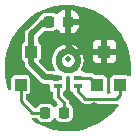
<source format=gbr>
G04 #@! TF.GenerationSoftware,KiCad,Pcbnew,6.0.10-86aedd382b~118~ubuntu22.04.1*
G04 #@! TF.CreationDate,2023-01-17T16:43:14+01:00*
G04 #@! TF.ProjectId,IM72D128-PCB,494d3732-4431-4323-982d-5043422e6b69,rev?*
G04 #@! TF.SameCoordinates,Original*
G04 #@! TF.FileFunction,Copper,L1,Top*
G04 #@! TF.FilePolarity,Positive*
%FSLAX46Y46*%
G04 Gerber Fmt 4.6, Leading zero omitted, Abs format (unit mm)*
G04 Created by KiCad (PCBNEW 6.0.10-86aedd382b~118~ubuntu22.04.1) date 2023-01-17 16:43:14*
%MOMM*%
%LPD*%
G01*
G04 APERTURE LIST*
G04 Aperture macros list*
%AMRoundRect*
0 Rectangle with rounded corners*
0 $1 Rounding radius*
0 $2 $3 $4 $5 $6 $7 $8 $9 X,Y pos of 4 corners*
0 Add a 4 corners polygon primitive as box body*
4,1,4,$2,$3,$4,$5,$6,$7,$8,$9,$2,$3,0*
0 Add four circle primitives for the rounded corners*
1,1,$1+$1,$2,$3*
1,1,$1+$1,$4,$5*
1,1,$1+$1,$6,$7*
1,1,$1+$1,$8,$9*
0 Add four rect primitives between the rounded corners*
20,1,$1+$1,$2,$3,$4,$5,0*
20,1,$1+$1,$4,$5,$6,$7,0*
20,1,$1+$1,$6,$7,$8,$9,0*
20,1,$1+$1,$8,$9,$2,$3,0*%
G04 Aperture macros list end*
G04 #@! TA.AperFunction,EtchedComponent*
%ADD10C,0.000100*%
G04 #@! TD*
G04 #@! TA.AperFunction,SMDPad,CuDef*
%ADD11R,0.750000X0.450000*%
G04 #@! TD*
G04 #@! TA.AperFunction,SMDPad,CuDef*
%ADD12R,0.100000X0.100000*%
G04 #@! TD*
G04 #@! TA.AperFunction,SMDPad,CuDef*
%ADD13RoundRect,0.218750X-0.218750X-0.256250X0.218750X-0.256250X0.218750X0.256250X-0.218750X0.256250X0*%
G04 #@! TD*
G04 #@! TA.AperFunction,SMDPad,CuDef*
%ADD14R,1.000000X1.000000*%
G04 #@! TD*
G04 #@! TA.AperFunction,ViaPad*
%ADD15C,0.800000*%
G04 #@! TD*
G04 #@! TA.AperFunction,Conductor*
%ADD16C,0.500000*%
G04 #@! TD*
G04 #@! TA.AperFunction,Conductor*
%ADD17C,0.250000*%
G04 #@! TD*
G04 APERTURE END LIST*
G36*
X100053906Y-98291412D02*
G01*
X100107664Y-98295642D01*
X100161127Y-98302681D01*
X100214149Y-98312508D01*
X100266584Y-98325096D01*
X100318288Y-98340412D01*
X100369119Y-98358412D01*
X100418939Y-98379048D01*
X100467610Y-98402263D01*
X100515000Y-98427994D01*
X100560978Y-98456169D01*
X100605419Y-98486712D01*
X100648200Y-98519540D01*
X100689205Y-98554561D01*
X100728320Y-98591680D01*
X100765439Y-98630795D01*
X100800460Y-98671800D01*
X100833288Y-98714581D01*
X100863831Y-98759022D01*
X100892006Y-98805000D01*
X100917737Y-98852390D01*
X100940952Y-98901061D01*
X100961588Y-98950881D01*
X100979588Y-99001712D01*
X100994904Y-99053416D01*
X101007492Y-99105851D01*
X101017319Y-99158873D01*
X101024358Y-99212336D01*
X101028588Y-99266094D01*
X101030000Y-99320000D01*
X101030000Y-99340000D01*
X101028616Y-99392859D01*
X101024467Y-99445574D01*
X101017565Y-99497999D01*
X101007929Y-99549991D01*
X100995585Y-99601407D01*
X100980567Y-99652107D01*
X100962916Y-99701952D01*
X100942681Y-99750804D01*
X100919917Y-99798530D01*
X100894686Y-99845000D01*
X100867057Y-99890085D01*
X100837107Y-99933663D01*
X100804917Y-99975614D01*
X100770576Y-100015822D01*
X100734178Y-100054178D01*
X100695822Y-100090576D01*
X100655614Y-100124917D01*
X100613663Y-100157107D01*
X100570085Y-100187057D01*
X100525000Y-100214686D01*
X100478530Y-100239917D01*
X100430804Y-100262681D01*
X100381952Y-100282916D01*
X100332107Y-100300567D01*
X100281407Y-100315585D01*
X100229991Y-100327929D01*
X100177999Y-100337565D01*
X100125574Y-100344467D01*
X100072859Y-100348616D01*
X100020000Y-100350000D01*
X100001000Y-100350000D01*
X100001000Y-99900000D01*
X100030271Y-99900254D01*
X100059552Y-99898976D01*
X100088727Y-99896167D01*
X100117715Y-99891834D01*
X100146437Y-99885991D01*
X100174813Y-99878652D01*
X100202766Y-99869839D01*
X100230220Y-99859574D01*
X100257098Y-99847887D01*
X100283329Y-99834809D01*
X100308839Y-99820376D01*
X100333558Y-99804628D01*
X100357420Y-99787608D01*
X100380358Y-99769362D01*
X100402310Y-99749941D01*
X100423215Y-99729397D01*
X100443016Y-99707788D01*
X100461660Y-99685172D01*
X100479094Y-99661611D01*
X100495271Y-99637170D01*
X100510147Y-99611916D01*
X100523681Y-99585918D01*
X100535835Y-99559247D01*
X100546577Y-99531976D01*
X100555877Y-99504181D01*
X100563710Y-99475937D01*
X100570054Y-99447322D01*
X100574891Y-99418415D01*
X100578209Y-99389293D01*
X100580000Y-99360000D01*
X100580000Y-99320000D01*
X100579205Y-99289645D01*
X100576823Y-99259373D01*
X100572859Y-99229268D01*
X100567326Y-99199411D01*
X100560237Y-99169885D01*
X100551613Y-99140770D01*
X100541477Y-99112147D01*
X100529856Y-99084093D01*
X100516784Y-99056686D01*
X100502295Y-99030000D01*
X100486429Y-99004109D01*
X100469230Y-98979085D01*
X100450745Y-98954994D01*
X100431024Y-98931904D01*
X100410122Y-98909878D01*
X100388096Y-98888976D01*
X100365006Y-98869255D01*
X100340915Y-98850770D01*
X100315891Y-98833571D01*
X100290000Y-98817705D01*
X100263314Y-98803216D01*
X100235907Y-98790144D01*
X100207853Y-98778523D01*
X100179230Y-98768387D01*
X100150115Y-98759763D01*
X100120589Y-98752674D01*
X100090732Y-98747141D01*
X100060627Y-98743177D01*
X100030355Y-98740795D01*
X100000000Y-98740000D01*
X99969645Y-98740795D01*
X99939373Y-98743177D01*
X99909268Y-98747141D01*
X99879411Y-98752674D01*
X99849885Y-98759763D01*
X99820770Y-98768387D01*
X99792147Y-98778523D01*
X99764093Y-98790144D01*
X99736686Y-98803216D01*
X99710000Y-98817705D01*
X99684109Y-98833571D01*
X99659085Y-98850770D01*
X99634994Y-98869255D01*
X99611904Y-98888976D01*
X99589878Y-98909878D01*
X99568976Y-98931904D01*
X99549255Y-98954994D01*
X99530770Y-98979085D01*
X99513571Y-99004109D01*
X99497705Y-99030000D01*
X99483216Y-99056686D01*
X99470144Y-99084093D01*
X99458523Y-99112147D01*
X99448387Y-99140770D01*
X99439763Y-99169885D01*
X99432674Y-99199411D01*
X99427141Y-99229268D01*
X99423177Y-99259373D01*
X99420795Y-99289645D01*
X99420000Y-99320000D01*
X99420000Y-99340000D01*
X99421308Y-99370232D01*
X99424166Y-99399914D01*
X99428574Y-99429406D01*
X99434519Y-99458627D01*
X99441985Y-99487497D01*
X99450952Y-99515937D01*
X99461395Y-99543868D01*
X99473286Y-99571215D01*
X99486591Y-99597901D01*
X99501275Y-99623855D01*
X99517297Y-99649005D01*
X99534614Y-99673281D01*
X99553177Y-99696618D01*
X99572936Y-99718952D01*
X99593837Y-99740221D01*
X99615822Y-99760367D01*
X99638832Y-99779335D01*
X99662803Y-99797072D01*
X99687669Y-99813531D01*
X99713363Y-99828665D01*
X99739813Y-99842434D01*
X99766948Y-99854800D01*
X99794692Y-99865729D01*
X99822971Y-99875191D01*
X99851706Y-99883160D01*
X99880819Y-99889614D01*
X99910230Y-99894536D01*
X99939858Y-99897912D01*
X99969622Y-99899732D01*
X99999000Y-99900000D01*
X99999000Y-100350000D01*
X99953918Y-100349423D01*
X99900641Y-100346165D01*
X99847607Y-100340122D01*
X99794962Y-100331312D01*
X99742850Y-100319759D01*
X99691414Y-100305495D01*
X99640795Y-100288558D01*
X99591132Y-100268995D01*
X99542561Y-100246860D01*
X99495215Y-100222214D01*
X99449224Y-100195123D01*
X99404713Y-100165662D01*
X99361806Y-100133912D01*
X99320619Y-100099960D01*
X99281265Y-100063899D01*
X99243853Y-100025828D01*
X99208484Y-99985850D01*
X99175256Y-99944077D01*
X99144260Y-99900622D01*
X99115580Y-99855604D01*
X99089296Y-99809147D01*
X99065479Y-99761378D01*
X99044195Y-99712428D01*
X99025502Y-99662431D01*
X99009451Y-99611524D01*
X98996087Y-99559848D01*
X98985445Y-99507542D01*
X98977555Y-99454751D01*
X98972439Y-99401620D01*
X98970000Y-99340000D01*
X98970000Y-99320000D01*
X98971412Y-99266094D01*
X98975642Y-99212336D01*
X98982681Y-99158873D01*
X98992508Y-99105851D01*
X99005096Y-99053416D01*
X99020412Y-99001712D01*
X99038412Y-98950881D01*
X99059048Y-98901061D01*
X99082263Y-98852390D01*
X99107994Y-98805000D01*
X99136169Y-98759022D01*
X99166712Y-98714581D01*
X99199540Y-98671800D01*
X99234561Y-98630795D01*
X99271680Y-98591680D01*
X99310795Y-98554561D01*
X99351800Y-98519540D01*
X99394581Y-98486712D01*
X99439022Y-98456169D01*
X99485000Y-98427994D01*
X99532390Y-98402263D01*
X99581061Y-98379048D01*
X99630881Y-98358412D01*
X99681712Y-98340412D01*
X99733416Y-98325096D01*
X99785851Y-98312508D01*
X99838873Y-98302681D01*
X99892336Y-98295642D01*
X99946094Y-98291412D01*
X100000000Y-98290000D01*
X100053906Y-98291412D01*
G37*
D10*
X100053906Y-98291412D02*
X100107664Y-98295642D01*
X100161127Y-98302681D01*
X100214149Y-98312508D01*
X100266584Y-98325096D01*
X100318288Y-98340412D01*
X100369119Y-98358412D01*
X100418939Y-98379048D01*
X100467610Y-98402263D01*
X100515000Y-98427994D01*
X100560978Y-98456169D01*
X100605419Y-98486712D01*
X100648200Y-98519540D01*
X100689205Y-98554561D01*
X100728320Y-98591680D01*
X100765439Y-98630795D01*
X100800460Y-98671800D01*
X100833288Y-98714581D01*
X100863831Y-98759022D01*
X100892006Y-98805000D01*
X100917737Y-98852390D01*
X100940952Y-98901061D01*
X100961588Y-98950881D01*
X100979588Y-99001712D01*
X100994904Y-99053416D01*
X101007492Y-99105851D01*
X101017319Y-99158873D01*
X101024358Y-99212336D01*
X101028588Y-99266094D01*
X101030000Y-99320000D01*
X101030000Y-99340000D01*
X101028616Y-99392859D01*
X101024467Y-99445574D01*
X101017565Y-99497999D01*
X101007929Y-99549991D01*
X100995585Y-99601407D01*
X100980567Y-99652107D01*
X100962916Y-99701952D01*
X100942681Y-99750804D01*
X100919917Y-99798530D01*
X100894686Y-99845000D01*
X100867057Y-99890085D01*
X100837107Y-99933663D01*
X100804917Y-99975614D01*
X100770576Y-100015822D01*
X100734178Y-100054178D01*
X100695822Y-100090576D01*
X100655614Y-100124917D01*
X100613663Y-100157107D01*
X100570085Y-100187057D01*
X100525000Y-100214686D01*
X100478530Y-100239917D01*
X100430804Y-100262681D01*
X100381952Y-100282916D01*
X100332107Y-100300567D01*
X100281407Y-100315585D01*
X100229991Y-100327929D01*
X100177999Y-100337565D01*
X100125574Y-100344467D01*
X100072859Y-100348616D01*
X100020000Y-100350000D01*
X100001000Y-100350000D01*
X100001000Y-99900000D01*
X100030271Y-99900254D01*
X100059552Y-99898976D01*
X100088727Y-99896167D01*
X100117715Y-99891834D01*
X100146437Y-99885991D01*
X100174813Y-99878652D01*
X100202766Y-99869839D01*
X100230220Y-99859574D01*
X100257098Y-99847887D01*
X100283329Y-99834809D01*
X100308839Y-99820376D01*
X100333558Y-99804628D01*
X100357420Y-99787608D01*
X100380358Y-99769362D01*
X100402310Y-99749941D01*
X100423215Y-99729397D01*
X100443016Y-99707788D01*
X100461660Y-99685172D01*
X100479094Y-99661611D01*
X100495271Y-99637170D01*
X100510147Y-99611916D01*
X100523681Y-99585918D01*
X100535835Y-99559247D01*
X100546577Y-99531976D01*
X100555877Y-99504181D01*
X100563710Y-99475937D01*
X100570054Y-99447322D01*
X100574891Y-99418415D01*
X100578209Y-99389293D01*
X100580000Y-99360000D01*
X100580000Y-99320000D01*
X100579205Y-99289645D01*
X100576823Y-99259373D01*
X100572859Y-99229268D01*
X100567326Y-99199411D01*
X100560237Y-99169885D01*
X100551613Y-99140770D01*
X100541477Y-99112147D01*
X100529856Y-99084093D01*
X100516784Y-99056686D01*
X100502295Y-99030000D01*
X100486429Y-99004109D01*
X100469230Y-98979085D01*
X100450745Y-98954994D01*
X100431024Y-98931904D01*
X100410122Y-98909878D01*
X100388096Y-98888976D01*
X100365006Y-98869255D01*
X100340915Y-98850770D01*
X100315891Y-98833571D01*
X100290000Y-98817705D01*
X100263314Y-98803216D01*
X100235907Y-98790144D01*
X100207853Y-98778523D01*
X100179230Y-98768387D01*
X100150115Y-98759763D01*
X100120589Y-98752674D01*
X100090732Y-98747141D01*
X100060627Y-98743177D01*
X100030355Y-98740795D01*
X100000000Y-98740000D01*
X99969645Y-98740795D01*
X99939373Y-98743177D01*
X99909268Y-98747141D01*
X99879411Y-98752674D01*
X99849885Y-98759763D01*
X99820770Y-98768387D01*
X99792147Y-98778523D01*
X99764093Y-98790144D01*
X99736686Y-98803216D01*
X99710000Y-98817705D01*
X99684109Y-98833571D01*
X99659085Y-98850770D01*
X99634994Y-98869255D01*
X99611904Y-98888976D01*
X99589878Y-98909878D01*
X99568976Y-98931904D01*
X99549255Y-98954994D01*
X99530770Y-98979085D01*
X99513571Y-99004109D01*
X99497705Y-99030000D01*
X99483216Y-99056686D01*
X99470144Y-99084093D01*
X99458523Y-99112147D01*
X99448387Y-99140770D01*
X99439763Y-99169885D01*
X99432674Y-99199411D01*
X99427141Y-99229268D01*
X99423177Y-99259373D01*
X99420795Y-99289645D01*
X99420000Y-99320000D01*
X99420000Y-99340000D01*
X99421308Y-99370232D01*
X99424166Y-99399914D01*
X99428574Y-99429406D01*
X99434519Y-99458627D01*
X99441985Y-99487497D01*
X99450952Y-99515937D01*
X99461395Y-99543868D01*
X99473286Y-99571215D01*
X99486591Y-99597901D01*
X99501275Y-99623855D01*
X99517297Y-99649005D01*
X99534614Y-99673281D01*
X99553177Y-99696618D01*
X99572936Y-99718952D01*
X99593837Y-99740221D01*
X99615822Y-99760367D01*
X99638832Y-99779335D01*
X99662803Y-99797072D01*
X99687669Y-99813531D01*
X99713363Y-99828665D01*
X99739813Y-99842434D01*
X99766948Y-99854800D01*
X99794692Y-99865729D01*
X99822971Y-99875191D01*
X99851706Y-99883160D01*
X99880819Y-99889614D01*
X99910230Y-99894536D01*
X99939858Y-99897912D01*
X99969622Y-99899732D01*
X99999000Y-99900000D01*
X99999000Y-100350000D01*
X99953918Y-100349423D01*
X99900641Y-100346165D01*
X99847607Y-100340122D01*
X99794962Y-100331312D01*
X99742850Y-100319759D01*
X99691414Y-100305495D01*
X99640795Y-100288558D01*
X99591132Y-100268995D01*
X99542561Y-100246860D01*
X99495215Y-100222214D01*
X99449224Y-100195123D01*
X99404713Y-100165662D01*
X99361806Y-100133912D01*
X99320619Y-100099960D01*
X99281265Y-100063899D01*
X99243853Y-100025828D01*
X99208484Y-99985850D01*
X99175256Y-99944077D01*
X99144260Y-99900622D01*
X99115580Y-99855604D01*
X99089296Y-99809147D01*
X99065479Y-99761378D01*
X99044195Y-99712428D01*
X99025502Y-99662431D01*
X99009451Y-99611524D01*
X98996087Y-99559848D01*
X98985445Y-99507542D01*
X98977555Y-99454751D01*
X98972439Y-99401620D01*
X98970000Y-99340000D01*
X98970000Y-99320000D01*
X98971412Y-99266094D01*
X98975642Y-99212336D01*
X98982681Y-99158873D01*
X98992508Y-99105851D01*
X99005096Y-99053416D01*
X99020412Y-99001712D01*
X99038412Y-98950881D01*
X99059048Y-98901061D01*
X99082263Y-98852390D01*
X99107994Y-98805000D01*
X99136169Y-98759022D01*
X99166712Y-98714581D01*
X99199540Y-98671800D01*
X99234561Y-98630795D01*
X99271680Y-98591680D01*
X99310795Y-98554561D01*
X99351800Y-98519540D01*
X99394581Y-98486712D01*
X99439022Y-98456169D01*
X99485000Y-98427994D01*
X99532390Y-98402263D01*
X99581061Y-98379048D01*
X99630881Y-98358412D01*
X99681712Y-98340412D01*
X99733416Y-98325096D01*
X99785851Y-98312508D01*
X99838873Y-98302681D01*
X99892336Y-98295642D01*
X99946094Y-98291412D01*
X100000000Y-98290000D01*
X100053906Y-98291412D01*
D11*
X99150000Y-101500000D03*
X99150000Y-100800000D03*
X100850000Y-101500000D03*
X100850000Y-100800000D03*
D12*
X100000000Y-100120000D03*
D13*
X98409660Y-96070420D03*
X99984660Y-96070420D03*
X98107400Y-103774240D03*
X99682400Y-103774240D03*
D14*
X96900000Y-98600000D03*
X104400000Y-101400000D03*
X96000000Y-101400000D03*
X103100000Y-98600000D03*
X102500000Y-101400000D03*
D15*
X97518220Y-102494080D03*
X102200000Y-96500000D03*
X102200000Y-103300000D03*
D16*
X100015500Y-99215500D02*
X100000000Y-99231000D01*
X100000000Y-99231000D02*
X100000000Y-99236999D01*
X100000000Y-99236999D02*
X100015500Y-99236999D01*
X96900000Y-98600000D02*
X96900000Y-99600000D01*
X99169030Y-100812600D02*
X98331020Y-100774500D01*
X96900000Y-97142580D02*
X96900000Y-98600000D01*
X97972160Y-96070420D02*
X96900000Y-97142580D01*
X98074500Y-100774500D02*
X98331020Y-100774500D01*
X96900000Y-99600000D02*
X98074500Y-100774500D01*
X98409660Y-96070420D02*
X97972160Y-96070420D01*
X103100000Y-98588960D02*
X103100000Y-98600000D01*
X100538002Y-98600000D02*
X99984660Y-98046658D01*
X103100000Y-98600000D02*
X100538002Y-98600000D01*
X99984660Y-98046658D02*
X99984660Y-96070420D01*
D17*
X99682400Y-102931060D02*
X99682400Y-103774240D01*
X99150000Y-102398660D02*
X99682400Y-102931060D01*
X99150000Y-101500000D02*
X99150000Y-102398660D01*
X104078679Y-102574999D02*
X104400000Y-102253678D01*
X104400000Y-102253678D02*
X104400000Y-101400000D01*
X101449999Y-102574999D02*
X104078679Y-102574999D01*
X100850000Y-101975000D02*
X101449999Y-102574999D01*
X100850000Y-101500000D02*
X100850000Y-101975000D01*
X96000000Y-102789420D02*
X96984820Y-103774240D01*
X96000000Y-101400000D02*
X96000000Y-102789420D01*
X96984820Y-103774240D02*
X98107400Y-103774240D01*
X100850000Y-100800000D02*
X101900000Y-100800000D01*
X101900000Y-100800000D02*
X102500000Y-101400000D01*
G04 #@! TA.AperFunction,Conductor*
G36*
X100116620Y-100698000D02*
G01*
X100163113Y-100751656D01*
X100174500Y-100803999D01*
X100174500Y-101069646D01*
X100177618Y-101095846D01*
X100181455Y-101104484D01*
X100183961Y-101113602D01*
X100181058Y-101114400D01*
X100188375Y-101169340D01*
X100183289Y-101186721D01*
X100183817Y-101186865D01*
X100181324Y-101196011D01*
X100177494Y-101204673D01*
X100174500Y-101230354D01*
X100174500Y-101769646D01*
X100177618Y-101795846D01*
X100223061Y-101898153D01*
X100302287Y-101977241D01*
X100312924Y-101981944D01*
X100312926Y-101981945D01*
X100365614Y-102005238D01*
X100419830Y-102051076D01*
X100434640Y-102089233D01*
X100435665Y-102088900D01*
X100438730Y-102098332D01*
X100440281Y-102108126D01*
X100444784Y-102116963D01*
X100444784Y-102116964D01*
X100451172Y-102129502D01*
X100458736Y-102147763D01*
X100463085Y-102161147D01*
X100463087Y-102161150D01*
X100466151Y-102170581D01*
X100471980Y-102178604D01*
X100480253Y-102189991D01*
X100490577Y-102206837D01*
X100501472Y-102228220D01*
X101196779Y-102923527D01*
X101218155Y-102934418D01*
X101235011Y-102944748D01*
X101254418Y-102958849D01*
X101277236Y-102966263D01*
X101295497Y-102973826D01*
X101316873Y-102984718D01*
X101326664Y-102986269D01*
X101326671Y-102986271D01*
X101340568Y-102988472D01*
X101359787Y-102993086D01*
X101373172Y-102997435D01*
X101373179Y-102997436D01*
X101382606Y-103000499D01*
X104146072Y-103000499D01*
X104155503Y-102997435D01*
X104163873Y-102996109D01*
X104234284Y-103005209D01*
X104288598Y-103050931D01*
X104309570Y-103118759D01*
X104290543Y-103187159D01*
X104285523Y-103194614D01*
X104195463Y-103318570D01*
X104188924Y-103326820D01*
X104024548Y-103517252D01*
X103903070Y-103657986D01*
X103895861Y-103665664D01*
X103583273Y-103971772D01*
X103575460Y-103978806D01*
X103238359Y-104257682D01*
X103229973Y-104264047D01*
X102870730Y-104513726D01*
X102861836Y-104519370D01*
X102661131Y-104635247D01*
X102482974Y-104738106D01*
X102473622Y-104742995D01*
X102077801Y-104929255D01*
X102068075Y-104933344D01*
X101658032Y-105085838D01*
X101648006Y-105089095D01*
X101553829Y-105115390D01*
X101226641Y-105206742D01*
X101216367Y-105209151D01*
X100786664Y-105291121D01*
X100776225Y-105292663D01*
X100523921Y-105319182D01*
X100341136Y-105338393D01*
X100330617Y-105339055D01*
X100161445Y-105342598D01*
X99893249Y-105348216D01*
X99882699Y-105347995D01*
X99647535Y-105333200D01*
X99446087Y-105320526D01*
X99435613Y-105319425D01*
X99002832Y-105255518D01*
X98992467Y-105253541D01*
X98798984Y-105208160D01*
X98566544Y-105153641D01*
X98556398Y-105150808D01*
X98341536Y-105080996D01*
X98140341Y-105015623D01*
X98130450Y-105011945D01*
X97727162Y-104842418D01*
X97717614Y-104837925D01*
X97329925Y-104635247D01*
X97320786Y-104629970D01*
X97009032Y-104432125D01*
X96962233Y-104378736D01*
X96951728Y-104308521D01*
X96980852Y-104243773D01*
X97040358Y-104205049D01*
X97076546Y-104199740D01*
X97311529Y-104199740D01*
X97379650Y-104219742D01*
X97423445Y-104272993D01*
X97424640Y-104272319D01*
X97428446Y-104279074D01*
X97428683Y-104279362D01*
X97432019Y-104287788D01*
X97518033Y-104401107D01*
X97631352Y-104487121D01*
X97763627Y-104539493D01*
X97771664Y-104540466D01*
X97771666Y-104540466D01*
X97802350Y-104544179D01*
X97848306Y-104549740D01*
X98366494Y-104549740D01*
X98412450Y-104544179D01*
X98443134Y-104540466D01*
X98443136Y-104540466D01*
X98451173Y-104539493D01*
X98583448Y-104487121D01*
X98696767Y-104401107D01*
X98782781Y-104287788D01*
X98785522Y-104280866D01*
X98835993Y-104231722D01*
X98905562Y-104217556D01*
X98971746Y-104243250D01*
X99004226Y-104280734D01*
X99007019Y-104287788D01*
X99093033Y-104401107D01*
X99206352Y-104487121D01*
X99338627Y-104539493D01*
X99346664Y-104540466D01*
X99346666Y-104540466D01*
X99377350Y-104544179D01*
X99423306Y-104549740D01*
X99941494Y-104549740D01*
X99987450Y-104544179D01*
X100018134Y-104540466D01*
X100018136Y-104540466D01*
X100026173Y-104539493D01*
X100158448Y-104487121D01*
X100271767Y-104401107D01*
X100357781Y-104287788D01*
X100410153Y-104155513D01*
X100414116Y-104122768D01*
X100419944Y-104074600D01*
X100420400Y-104070834D01*
X100420400Y-103477646D01*
X100410153Y-103392967D01*
X100357781Y-103260692D01*
X100271767Y-103147373D01*
X100158448Y-103061359D01*
X100160569Y-103058565D01*
X100122530Y-103019516D01*
X100107900Y-102960586D01*
X100107900Y-102863667D01*
X100100486Y-102840850D01*
X100095872Y-102821630D01*
X100093670Y-102807728D01*
X100092119Y-102797934D01*
X100081228Y-102776558D01*
X100073664Y-102758297D01*
X100069315Y-102744913D01*
X100069313Y-102744910D01*
X100066249Y-102735479D01*
X100052147Y-102716069D01*
X100041823Y-102699223D01*
X100030928Y-102677840D01*
X99612405Y-102259317D01*
X99578379Y-102197005D01*
X99575500Y-102170222D01*
X99575500Y-102113322D01*
X99595502Y-102045201D01*
X99650349Y-101998173D01*
X99698153Y-101976939D01*
X99777241Y-101897713D01*
X99822506Y-101795327D01*
X99825500Y-101769646D01*
X99825500Y-101230354D01*
X99822382Y-101204154D01*
X99818545Y-101195516D01*
X99816039Y-101186398D01*
X99818942Y-101185600D01*
X99811625Y-101130660D01*
X99816711Y-101113279D01*
X99816183Y-101113135D01*
X99818676Y-101103989D01*
X99822506Y-101095327D01*
X99825500Y-101069646D01*
X99825500Y-100803999D01*
X99845502Y-100735879D01*
X99899158Y-100689386D01*
X99951499Y-100678000D01*
X100048499Y-100677999D01*
X100116620Y-100698000D01*
G37*
G04 #@! TD.AperFunction*
G04 #@! TA.AperFunction,Conductor*
G36*
X100161445Y-94657402D02*
G01*
X100330617Y-94660945D01*
X100341136Y-94661607D01*
X100511123Y-94679473D01*
X100776225Y-94707337D01*
X100786664Y-94708879D01*
X101216367Y-94790849D01*
X101226641Y-94793258D01*
X101329122Y-94821871D01*
X101648006Y-94910905D01*
X101658032Y-94914162D01*
X102068073Y-95066655D01*
X102077799Y-95070744D01*
X102139633Y-95099841D01*
X102473622Y-95257005D01*
X102482974Y-95261894D01*
X102563087Y-95308147D01*
X102861836Y-95480630D01*
X102870730Y-95486274D01*
X103229973Y-95735953D01*
X103238359Y-95742318D01*
X103575460Y-96021194D01*
X103583273Y-96028228D01*
X103895861Y-96334336D01*
X103903068Y-96342012D01*
X104188924Y-96673180D01*
X104195463Y-96681430D01*
X104452605Y-97035355D01*
X104458445Y-97044145D01*
X104685068Y-97418344D01*
X104690152Y-97427591D01*
X104774691Y-97597895D01*
X104884663Y-97819432D01*
X104888955Y-97829072D01*
X105009835Y-98134379D01*
X105049999Y-98235823D01*
X105053469Y-98245789D01*
X105179907Y-98664570D01*
X105182532Y-98674791D01*
X105273490Y-99102716D01*
X105275249Y-99113121D01*
X105330077Y-99547126D01*
X105330960Y-99557642D01*
X105340430Y-99783580D01*
X105348715Y-99981257D01*
X105349279Y-99994724D01*
X105349279Y-100005273D01*
X105348044Y-100034748D01*
X105330960Y-100442358D01*
X105330077Y-100452874D01*
X105311593Y-100599191D01*
X105283211Y-100664268D01*
X105224152Y-100703669D01*
X105153166Y-100704886D01*
X105097569Y-100672572D01*
X105072713Y-100647759D01*
X105062076Y-100643056D01*
X105062074Y-100643055D01*
X105002538Y-100616735D01*
X104970327Y-100602494D01*
X104944646Y-100599500D01*
X103855354Y-100599500D01*
X103851650Y-100599941D01*
X103851647Y-100599941D01*
X103844254Y-100600821D01*
X103829154Y-100602618D01*
X103820514Y-100606456D01*
X103820513Y-100606456D01*
X103738117Y-100643055D01*
X103726847Y-100648061D01*
X103647759Y-100727287D01*
X103602494Y-100829673D01*
X103599500Y-100855354D01*
X103599500Y-101944646D01*
X103602618Y-101970846D01*
X103606456Y-101979487D01*
X103608961Y-101988600D01*
X103605579Y-101989530D01*
X103612654Y-102042760D01*
X103582474Y-102107023D01*
X103522342Y-102144767D01*
X103488135Y-102149499D01*
X103411763Y-102149499D01*
X103343642Y-102129497D01*
X103297149Y-102075841D01*
X103287045Y-102005567D01*
X103291986Y-101988352D01*
X103291183Y-101988133D01*
X103293675Y-101978992D01*
X103297506Y-101970327D01*
X103300500Y-101944646D01*
X103300500Y-100855354D01*
X103297382Y-100829154D01*
X103251939Y-100726847D01*
X103172713Y-100647759D01*
X103162076Y-100643056D01*
X103162074Y-100643055D01*
X103102538Y-100616735D01*
X103070327Y-100602494D01*
X103044646Y-100599500D01*
X102353438Y-100599500D01*
X102285317Y-100579498D01*
X102264343Y-100562595D01*
X102153220Y-100451472D01*
X102131837Y-100440577D01*
X102114991Y-100430253D01*
X102103604Y-100421980D01*
X102095581Y-100416151D01*
X102086150Y-100413087D01*
X102086147Y-100413085D01*
X102072763Y-100408736D01*
X102054502Y-100401172D01*
X102041964Y-100394784D01*
X102041963Y-100394784D01*
X102033126Y-100390281D01*
X102009429Y-100386528D01*
X101990210Y-100381914D01*
X101967393Y-100374500D01*
X101501671Y-100374500D01*
X101433550Y-100354498D01*
X101412653Y-100337673D01*
X101405945Y-100330977D01*
X101397713Y-100322759D01*
X101387076Y-100318056D01*
X101387074Y-100318055D01*
X101303992Y-100281325D01*
X101303993Y-100281325D01*
X101295327Y-100277494D01*
X101269646Y-100274500D01*
X101208968Y-100274500D01*
X101140847Y-100254498D01*
X101094354Y-100200842D01*
X101084250Y-100130568D01*
X101101534Y-100082668D01*
X101117488Y-100056634D01*
X101121076Y-100051111D01*
X101124524Y-100046096D01*
X101127505Y-100042327D01*
X101129935Y-100040306D01*
X101133480Y-100035070D01*
X101153483Y-99998229D01*
X101156775Y-99992526D01*
X101159955Y-99987336D01*
X101162744Y-99983402D01*
X101165065Y-99981257D01*
X101168331Y-99975842D01*
X101169645Y-99973087D01*
X101169658Y-99973063D01*
X101186377Y-99938009D01*
X101189381Y-99932114D01*
X101192283Y-99926771D01*
X101194851Y-99922715D01*
X101197057Y-99920450D01*
X101200035Y-99914872D01*
X101216079Y-99876138D01*
X101218758Y-99870122D01*
X101221366Y-99864653D01*
X101223743Y-99860423D01*
X101225821Y-99858053D01*
X101228504Y-99852327D01*
X101230061Y-99847930D01*
X101242508Y-99812784D01*
X101244871Y-99806626D01*
X101247184Y-99801042D01*
X101249325Y-99796717D01*
X101251282Y-99794235D01*
X101253661Y-99788376D01*
X101254535Y-99785426D01*
X101254539Y-99785414D01*
X101265571Y-99748167D01*
X101267613Y-99741884D01*
X101269634Y-99736178D01*
X101271544Y-99731752D01*
X101273367Y-99729173D01*
X101275436Y-99723198D01*
X101285231Y-99682398D01*
X101286923Y-99676086D01*
X101288656Y-99670236D01*
X101290334Y-99665710D01*
X101292017Y-99663042D01*
X101293771Y-99656967D01*
X101297411Y-99637330D01*
X101301410Y-99615750D01*
X101302783Y-99609289D01*
X101304203Y-99603376D01*
X101305636Y-99598787D01*
X101307180Y-99596029D01*
X101308613Y-99589870D01*
X101314086Y-99548304D01*
X101315119Y-99541779D01*
X101316228Y-99535799D01*
X101317415Y-99531154D01*
X101318816Y-99528313D01*
X101319924Y-99522088D01*
X101322082Y-99494669D01*
X101323213Y-99480306D01*
X101323902Y-99473747D01*
X101324698Y-99467701D01*
X101325644Y-99462983D01*
X101326892Y-99460077D01*
X101327673Y-99453802D01*
X101328413Y-99425549D01*
X101328771Y-99411893D01*
X101329115Y-99405320D01*
X101329234Y-99403806D01*
X101329940Y-99399389D01*
X101329933Y-99399388D01*
X101330550Y-99393095D01*
X101330550Y-99382897D01*
X101331762Y-99371540D01*
X101331385Y-99371513D01*
X101331617Y-99368279D01*
X101331617Y-99368274D01*
X101331837Y-99365206D01*
X101331001Y-99333287D01*
X101331001Y-99326720D01*
X101331179Y-99319923D01*
X101331020Y-99318925D01*
X101331753Y-99303387D01*
X101332255Y-99301771D01*
X101332377Y-99295449D01*
X101331814Y-99288290D01*
X101329088Y-99253644D01*
X101328743Y-99247062D01*
X101328546Y-99239544D01*
X101328731Y-99235000D01*
X101329477Y-99232064D01*
X101329267Y-99225744D01*
X101323794Y-99184172D01*
X101323105Y-99177614D01*
X101322515Y-99170111D01*
X101322463Y-99165573D01*
X101323052Y-99162608D01*
X101322512Y-99156308D01*
X101320355Y-99144669D01*
X102092001Y-99144669D01*
X102092371Y-99151490D01*
X102097895Y-99202352D01*
X102101521Y-99217604D01*
X102146676Y-99338054D01*
X102155214Y-99353649D01*
X102231715Y-99455724D01*
X102244276Y-99468285D01*
X102346351Y-99544786D01*
X102361946Y-99553324D01*
X102482394Y-99598478D01*
X102497649Y-99602105D01*
X102548514Y-99607631D01*
X102555328Y-99608000D01*
X102827885Y-99608000D01*
X102843124Y-99603525D01*
X102844329Y-99602135D01*
X102846000Y-99594452D01*
X102846000Y-99589884D01*
X103354000Y-99589884D01*
X103358475Y-99605123D01*
X103359865Y-99606328D01*
X103367548Y-99607999D01*
X103644669Y-99607999D01*
X103651490Y-99607629D01*
X103702352Y-99602105D01*
X103717604Y-99598479D01*
X103838054Y-99553324D01*
X103853649Y-99544786D01*
X103955724Y-99468285D01*
X103968285Y-99455724D01*
X104044786Y-99353649D01*
X104053324Y-99338054D01*
X104098478Y-99217606D01*
X104102105Y-99202351D01*
X104107631Y-99151486D01*
X104108000Y-99144672D01*
X104108000Y-98872115D01*
X104103525Y-98856876D01*
X104102135Y-98855671D01*
X104094452Y-98854000D01*
X103372115Y-98854000D01*
X103356876Y-98858475D01*
X103355671Y-98859865D01*
X103354000Y-98867548D01*
X103354000Y-99589884D01*
X102846000Y-99589884D01*
X102846000Y-98872115D01*
X102841525Y-98856876D01*
X102840135Y-98855671D01*
X102832452Y-98854000D01*
X102110116Y-98854000D01*
X102094877Y-98858475D01*
X102093672Y-98859865D01*
X102092001Y-98867548D01*
X102092001Y-99144669D01*
X101320355Y-99144669D01*
X101314871Y-99115081D01*
X101313841Y-99108575D01*
X101313070Y-99102716D01*
X101312859Y-99101117D01*
X101312568Y-99096574D01*
X101313002Y-99093583D01*
X101312133Y-99087320D01*
X101311413Y-99084322D01*
X101311411Y-99084310D01*
X101302342Y-99046533D01*
X101300972Y-99040088D01*
X101299605Y-99032714D01*
X101299076Y-99028186D01*
X101299353Y-99025170D01*
X101298157Y-99018961D01*
X101297287Y-99016023D01*
X101297284Y-99016012D01*
X101286249Y-98978761D01*
X101284543Y-98972397D01*
X101284541Y-98972388D01*
X101282786Y-98965077D01*
X101282023Y-98960597D01*
X101282142Y-98957575D01*
X101280623Y-98951437D01*
X101273609Y-98931629D01*
X101266630Y-98911921D01*
X101264595Y-98905658D01*
X101262456Y-98898439D01*
X101261456Y-98893990D01*
X101261417Y-98890970D01*
X101259579Y-98884920D01*
X101252730Y-98868384D01*
X101243537Y-98846192D01*
X101241176Y-98840042D01*
X101238665Y-98832953D01*
X101237431Y-98828553D01*
X101237234Y-98825539D01*
X101235082Y-98819593D01*
X101217016Y-98781718D01*
X101214350Y-98775728D01*
X101211471Y-98768778D01*
X101210015Y-98764466D01*
X101209660Y-98761464D01*
X101207200Y-98755639D01*
X101198620Y-98739837D01*
X101187195Y-98718793D01*
X101184203Y-98712922D01*
X101180964Y-98706132D01*
X101179284Y-98701903D01*
X101178772Y-98698924D01*
X101176010Y-98693236D01*
X101154115Y-98657506D01*
X101150815Y-98651792D01*
X101147211Y-98645154D01*
X101145321Y-98641037D01*
X101144652Y-98638083D01*
X101141596Y-98632548D01*
X101117855Y-98598003D01*
X101114272Y-98592486D01*
X101110335Y-98586063D01*
X101108212Y-98582014D01*
X101107392Y-98579105D01*
X101104051Y-98573737D01*
X101102188Y-98571309D01*
X101102183Y-98571302D01*
X101078530Y-98540479D01*
X101074647Y-98535134D01*
X101070383Y-98528929D01*
X101068074Y-98525033D01*
X101067102Y-98522170D01*
X101063484Y-98516984D01*
X101061494Y-98514654D01*
X101061484Y-98514641D01*
X101036246Y-98485090D01*
X101032102Y-98479974D01*
X101027528Y-98474014D01*
X101025003Y-98470222D01*
X101023882Y-98467412D01*
X101019998Y-98462423D01*
X100991139Y-98432013D01*
X100986734Y-98427121D01*
X100981832Y-98421380D01*
X100979125Y-98417745D01*
X100977859Y-98414997D01*
X100973719Y-98410218D01*
X100971493Y-98408106D01*
X100971482Y-98408094D01*
X100943320Y-98381369D01*
X100938659Y-98376709D01*
X100933463Y-98371234D01*
X100930564Y-98367737D01*
X100929154Y-98365058D01*
X100924769Y-98360502D01*
X100905833Y-98344329D01*
X100892893Y-98333278D01*
X100887987Y-98328861D01*
X100886959Y-98327885D01*
X102092000Y-98327885D01*
X102096475Y-98343124D01*
X102097865Y-98344329D01*
X102105548Y-98346000D01*
X102827885Y-98346000D01*
X102843124Y-98341525D01*
X102844329Y-98340135D01*
X102846000Y-98332452D01*
X102846000Y-98327885D01*
X103354000Y-98327885D01*
X103358475Y-98343124D01*
X103359865Y-98344329D01*
X103367548Y-98346000D01*
X104089884Y-98346000D01*
X104105123Y-98341525D01*
X104106328Y-98340135D01*
X104107999Y-98332452D01*
X104107999Y-98055331D01*
X104107629Y-98048510D01*
X104102105Y-97997648D01*
X104098479Y-97982396D01*
X104053324Y-97861946D01*
X104044786Y-97846351D01*
X103968285Y-97744276D01*
X103955724Y-97731715D01*
X103853649Y-97655214D01*
X103838054Y-97646676D01*
X103717606Y-97601522D01*
X103702351Y-97597895D01*
X103651486Y-97592369D01*
X103644672Y-97592000D01*
X103372115Y-97592000D01*
X103356876Y-97596475D01*
X103355671Y-97597865D01*
X103354000Y-97605548D01*
X103354000Y-98327885D01*
X102846000Y-98327885D01*
X102846000Y-97610116D01*
X102841525Y-97594877D01*
X102840135Y-97593672D01*
X102832452Y-97592001D01*
X102555331Y-97592001D01*
X102548510Y-97592371D01*
X102497648Y-97597895D01*
X102482396Y-97601521D01*
X102361946Y-97646676D01*
X102346351Y-97655214D01*
X102244276Y-97731715D01*
X102231715Y-97744276D01*
X102155214Y-97846351D01*
X102146676Y-97861946D01*
X102101522Y-97982394D01*
X102097895Y-97997649D01*
X102092369Y-98048514D01*
X102092000Y-98055328D01*
X102092000Y-98327885D01*
X100886959Y-98327885D01*
X100882534Y-98323686D01*
X100879450Y-98320339D01*
X100877906Y-98317744D01*
X100873289Y-98313423D01*
X100858567Y-98302126D01*
X100840023Y-98287896D01*
X100834903Y-98283750D01*
X100829184Y-98278866D01*
X100825926Y-98275682D01*
X100824245Y-98273166D01*
X100819408Y-98269093D01*
X100784832Y-98245329D01*
X100779527Y-98241474D01*
X100773549Y-98236887D01*
X100770138Y-98233886D01*
X100768328Y-98231463D01*
X100763285Y-98227649D01*
X100727513Y-98205728D01*
X100721999Y-98202146D01*
X100715807Y-98197890D01*
X100712242Y-98195071D01*
X100710308Y-98192746D01*
X100705072Y-98189201D01*
X100702367Y-98187732D01*
X100702360Y-98187728D01*
X100668230Y-98169197D01*
X100662532Y-98165908D01*
X100656095Y-98161964D01*
X100652394Y-98159340D01*
X100650338Y-98157115D01*
X100644923Y-98153849D01*
X100607051Y-98135785D01*
X100601212Y-98132809D01*
X100594605Y-98129222D01*
X100590746Y-98126779D01*
X100588585Y-98124673D01*
X100583008Y-98121694D01*
X100544272Y-98105649D01*
X100538252Y-98102969D01*
X100531449Y-98099724D01*
X100527494Y-98097501D01*
X100525219Y-98095506D01*
X100519493Y-98092824D01*
X100479980Y-98078832D01*
X100473823Y-98076468D01*
X100466865Y-98073586D01*
X100462791Y-98071569D01*
X100460419Y-98069699D01*
X100454560Y-98067320D01*
X100414348Y-98055408D01*
X100408090Y-98053374D01*
X100400984Y-98050858D01*
X100396822Y-98049062D01*
X100394347Y-98047313D01*
X100388371Y-98045244D01*
X100359816Y-98038389D01*
X100347612Y-98035459D01*
X100341237Y-98033751D01*
X100334023Y-98031614D01*
X100329756Y-98030032D01*
X100327201Y-98028420D01*
X100321126Y-98026666D01*
X100279900Y-98019026D01*
X100273471Y-98017660D01*
X100266121Y-98015895D01*
X100261803Y-98014547D01*
X100259158Y-98013066D01*
X100252999Y-98011633D01*
X100211413Y-98006158D01*
X100204913Y-98005128D01*
X100197526Y-98003759D01*
X100193111Y-98002631D01*
X100190397Y-98001292D01*
X100184171Y-98000183D01*
X100181107Y-97999942D01*
X100181100Y-97999941D01*
X100157052Y-97998049D01*
X100142361Y-97996893D01*
X100135831Y-97996207D01*
X100128354Y-97995222D01*
X100123903Y-97994330D01*
X100121127Y-97993137D01*
X100114852Y-97992355D01*
X100111784Y-97992275D01*
X100111775Y-97992274D01*
X100072935Y-97991257D01*
X100066364Y-97990913D01*
X100064073Y-97990733D01*
X100058861Y-97990323D01*
X100054349Y-97989662D01*
X100051513Y-97988615D01*
X100045206Y-97988163D01*
X100003288Y-97989261D01*
X99996721Y-97989261D01*
X99989179Y-97989063D01*
X99984653Y-97988640D01*
X99981771Y-97987745D01*
X99975449Y-97987623D01*
X99968954Y-97988134D01*
X99933644Y-97990912D01*
X99927062Y-97991257D01*
X99919544Y-97991454D01*
X99915000Y-97991269D01*
X99912064Y-97990523D01*
X99905744Y-97990733D01*
X99864172Y-97996206D01*
X99857614Y-97996895D01*
X99850111Y-97997485D01*
X99845573Y-97997537D01*
X99842608Y-97996948D01*
X99836308Y-97997488D01*
X99795081Y-98005129D01*
X99788579Y-98006158D01*
X99781117Y-98007141D01*
X99776574Y-98007432D01*
X99773583Y-98006998D01*
X99767320Y-98007867D01*
X99764322Y-98008587D01*
X99764310Y-98008589D01*
X99726533Y-98017658D01*
X99720088Y-98019028D01*
X99712714Y-98020395D01*
X99708186Y-98020924D01*
X99705170Y-98020647D01*
X99698961Y-98021843D01*
X99696023Y-98022713D01*
X99696012Y-98022716D01*
X99658761Y-98033751D01*
X99652397Y-98035457D01*
X99645077Y-98037214D01*
X99640597Y-98037977D01*
X99637575Y-98037858D01*
X99631437Y-98039377D01*
X99628534Y-98040405D01*
X99591921Y-98053370D01*
X99585658Y-98055405D01*
X99578439Y-98057544D01*
X99573990Y-98058544D01*
X99570970Y-98058583D01*
X99564920Y-98060421D01*
X99562069Y-98061602D01*
X99562066Y-98061603D01*
X99526192Y-98076463D01*
X99520042Y-98078824D01*
X99512953Y-98081335D01*
X99508554Y-98082569D01*
X99505539Y-98082766D01*
X99499593Y-98084918D01*
X99461718Y-98102984D01*
X99455729Y-98105649D01*
X99448778Y-98108529D01*
X99444466Y-98109985D01*
X99441464Y-98110340D01*
X99435639Y-98112800D01*
X99432927Y-98114272D01*
X99432928Y-98114272D01*
X99398793Y-98132805D01*
X99392922Y-98135797D01*
X99386132Y-98139036D01*
X99381903Y-98140716D01*
X99378924Y-98141228D01*
X99373236Y-98143990D01*
X99370605Y-98145602D01*
X99370600Y-98145605D01*
X99337507Y-98165885D01*
X99331792Y-98169185D01*
X99325154Y-98172789D01*
X99321037Y-98174679D01*
X99318083Y-98175348D01*
X99312548Y-98178404D01*
X99310005Y-98180152D01*
X99278003Y-98202145D01*
X99272486Y-98205728D01*
X99266063Y-98209665D01*
X99262014Y-98211788D01*
X99259105Y-98212608D01*
X99253737Y-98215949D01*
X99251309Y-98217812D01*
X99251302Y-98217817D01*
X99220479Y-98241470D01*
X99215134Y-98245353D01*
X99208929Y-98249617D01*
X99205033Y-98251926D01*
X99202170Y-98252898D01*
X99196984Y-98256516D01*
X99194654Y-98258506D01*
X99194641Y-98258516D01*
X99165090Y-98283754D01*
X99159974Y-98287898D01*
X99154014Y-98292472D01*
X99150222Y-98294997D01*
X99147412Y-98296118D01*
X99142423Y-98300002D01*
X99140185Y-98302126D01*
X99112016Y-98328858D01*
X99107121Y-98333266D01*
X99101382Y-98338167D01*
X99097745Y-98340875D01*
X99094997Y-98342141D01*
X99090218Y-98346281D01*
X99088106Y-98348507D01*
X99088094Y-98348518D01*
X99061369Y-98376680D01*
X99056709Y-98381341D01*
X99051234Y-98386537D01*
X99047737Y-98389436D01*
X99045058Y-98390846D01*
X99040502Y-98395231D01*
X99038496Y-98397580D01*
X99038492Y-98397584D01*
X99013278Y-98427107D01*
X99008861Y-98432013D01*
X99003686Y-98437466D01*
X99000339Y-98440550D01*
X98997744Y-98442094D01*
X98993423Y-98446711D01*
X98991557Y-98449143D01*
X98991556Y-98449144D01*
X98967896Y-98479977D01*
X98963750Y-98485097D01*
X98958866Y-98490816D01*
X98955682Y-98494074D01*
X98953166Y-98495755D01*
X98949093Y-98500592D01*
X98925329Y-98535168D01*
X98921474Y-98540473D01*
X98916887Y-98546451D01*
X98913886Y-98549862D01*
X98911463Y-98551672D01*
X98907649Y-98556715D01*
X98891482Y-98583098D01*
X98885742Y-98592465D01*
X98882146Y-98598001D01*
X98877890Y-98604193D01*
X98875071Y-98607758D01*
X98872746Y-98609692D01*
X98869201Y-98614928D01*
X98867732Y-98617633D01*
X98867728Y-98617640D01*
X98849197Y-98651770D01*
X98845908Y-98657468D01*
X98841985Y-98663870D01*
X98841964Y-98663905D01*
X98839340Y-98667606D01*
X98837115Y-98669662D01*
X98833849Y-98675077D01*
X98815798Y-98712922D01*
X98812809Y-98718788D01*
X98809222Y-98725395D01*
X98806779Y-98729254D01*
X98804673Y-98731415D01*
X98801694Y-98736992D01*
X98789852Y-98765581D01*
X98785649Y-98775728D01*
X98782964Y-98781759D01*
X98779725Y-98788549D01*
X98777501Y-98792506D01*
X98775506Y-98794781D01*
X98772824Y-98800507D01*
X98763960Y-98825539D01*
X98758832Y-98840020D01*
X98756468Y-98846177D01*
X98753586Y-98853135D01*
X98751569Y-98857209D01*
X98749699Y-98859581D01*
X98747320Y-98865440D01*
X98739757Y-98890970D01*
X98735409Y-98905649D01*
X98733374Y-98911910D01*
X98731339Y-98917659D01*
X98730858Y-98919016D01*
X98729062Y-98923178D01*
X98727313Y-98925653D01*
X98725244Y-98931629D01*
X98724526Y-98934621D01*
X98715459Y-98972388D01*
X98713752Y-98978758D01*
X98713752Y-98978761D01*
X98713751Y-98978763D01*
X98711614Y-98985977D01*
X98710032Y-98990244D01*
X98708420Y-98992799D01*
X98706666Y-98998874D01*
X98699028Y-99040088D01*
X98699026Y-99040098D01*
X98697660Y-99046529D01*
X98695897Y-99053873D01*
X98694547Y-99058197D01*
X98693066Y-99060842D01*
X98691633Y-99067001D01*
X98691232Y-99070049D01*
X98686158Y-99108585D01*
X98685127Y-99115093D01*
X98683760Y-99122471D01*
X98682631Y-99126889D01*
X98681292Y-99129603D01*
X98680183Y-99135829D01*
X98679942Y-99138893D01*
X98679941Y-99138900D01*
X98678575Y-99156266D01*
X98677428Y-99170846D01*
X98676894Y-99177629D01*
X98676207Y-99184169D01*
X98675222Y-99191646D01*
X98674330Y-99196097D01*
X98673137Y-99198873D01*
X98672355Y-99205148D01*
X98672275Y-99208216D01*
X98672274Y-99208225D01*
X98671257Y-99247058D01*
X98670912Y-99253644D01*
X98670684Y-99256541D01*
X98670034Y-99260609D01*
X98670067Y-99260612D01*
X98669450Y-99266905D01*
X98669450Y-99278830D01*
X98668134Y-99292010D01*
X98667953Y-99292521D01*
X98667585Y-99298833D01*
X98668815Y-99329894D01*
X98668830Y-99332095D01*
X98668973Y-99334266D01*
X98668843Y-99339221D01*
X98668843Y-99339223D01*
X98668820Y-99340098D01*
X98668649Y-99340093D01*
X98667901Y-99343441D01*
X98669349Y-99343384D01*
X98669352Y-99343460D01*
X98669401Y-99345947D01*
X98669450Y-99345947D01*
X98669450Y-99348354D01*
X98669449Y-99348359D01*
X98669450Y-99348430D01*
X98669450Y-99362297D01*
X98669010Y-99368457D01*
X98668195Y-99371253D01*
X98668184Y-99377576D01*
X98670326Y-99399818D01*
X98672120Y-99418452D01*
X98672600Y-99425519D01*
X98672926Y-99433750D01*
X98672833Y-99437398D01*
X98672138Y-99440350D01*
X98672458Y-99446665D01*
X98672912Y-99449702D01*
X98678655Y-99488133D01*
X98679458Y-99494669D01*
X98680107Y-99501403D01*
X98680243Y-99506102D01*
X98679693Y-99509145D01*
X98680343Y-99515434D01*
X98680953Y-99518430D01*
X98680955Y-99518446D01*
X98688700Y-99556514D01*
X98689844Y-99563001D01*
X98690845Y-99569696D01*
X98691228Y-99574384D01*
X98690838Y-99577447D01*
X98691816Y-99583694D01*
X98702319Y-99624306D01*
X98703798Y-99630714D01*
X98705144Y-99637330D01*
X98705771Y-99641992D01*
X98705542Y-99645077D01*
X98706845Y-99651264D01*
X98719455Y-99691258D01*
X98721271Y-99697592D01*
X98722968Y-99704156D01*
X98723833Y-99708750D01*
X98723765Y-99711842D01*
X98725391Y-99717953D01*
X98726470Y-99720839D01*
X98740076Y-99757231D01*
X98742224Y-99763470D01*
X98744255Y-99769912D01*
X98745362Y-99774467D01*
X98745457Y-99777563D01*
X98747401Y-99783580D01*
X98764126Y-99822045D01*
X98766578Y-99828113D01*
X98768964Y-99834495D01*
X98770303Y-99838972D01*
X98770560Y-99842060D01*
X98772816Y-99847967D01*
X98791538Y-99885517D01*
X98794306Y-99891454D01*
X98797012Y-99897677D01*
X98798584Y-99902077D01*
X98799003Y-99905152D01*
X98801565Y-99910933D01*
X98803079Y-99913609D01*
X98803082Y-99913615D01*
X98822209Y-99947422D01*
X98825301Y-99953236D01*
X98828316Y-99959282D01*
X98830135Y-99963639D01*
X98830711Y-99966672D01*
X98833571Y-99972311D01*
X98835222Y-99974903D01*
X98835228Y-99974913D01*
X98856093Y-100007663D01*
X98859495Y-100013324D01*
X98862831Y-100019221D01*
X98864858Y-100023440D01*
X98865593Y-100026445D01*
X98868745Y-100031926D01*
X98870523Y-100034418D01*
X98877587Y-100044323D01*
X98900858Y-100111397D01*
X98884171Y-100180405D01*
X98832825Y-100229437D01*
X98769284Y-100243357D01*
X98596598Y-100235505D01*
X98432717Y-100228054D01*
X98417620Y-100226361D01*
X98412195Y-100224785D01*
X98404801Y-100224242D01*
X98403812Y-100224169D01*
X98403801Y-100224169D01*
X98401505Y-100224000D01*
X98354716Y-100224000D01*
X98286595Y-100203998D01*
X98265621Y-100187096D01*
X97929233Y-99850708D01*
X97590889Y-99512365D01*
X97556864Y-99450052D01*
X97561928Y-99379237D01*
X97590810Y-99334252D01*
X97644023Y-99280946D01*
X97644024Y-99280944D01*
X97652241Y-99272713D01*
X97657593Y-99260609D01*
X97692824Y-99180917D01*
X97697506Y-99170327D01*
X97700500Y-99144646D01*
X97700500Y-98055354D01*
X97697382Y-98029154D01*
X97693492Y-98020395D01*
X97656663Y-97937482D01*
X97651939Y-97926847D01*
X97572713Y-97847759D01*
X97562076Y-97843056D01*
X97562074Y-97843055D01*
X97525552Y-97826909D01*
X97471336Y-97781071D01*
X97450500Y-97711669D01*
X97450500Y-97422796D01*
X97470502Y-97354675D01*
X97487404Y-97333701D01*
X97951913Y-96869191D01*
X98014226Y-96835166D01*
X98065841Y-96836056D01*
X98065887Y-96835673D01*
X98150566Y-96845920D01*
X98668754Y-96845920D01*
X98714710Y-96840359D01*
X98745394Y-96836646D01*
X98745396Y-96836646D01*
X98753433Y-96835673D01*
X98885708Y-96783301D01*
X98984948Y-96707974D01*
X99051301Y-96682721D01*
X99120774Y-96697349D01*
X99168272Y-96742034D01*
X99188635Y-96774940D01*
X99197666Y-96786335D01*
X99307240Y-96895718D01*
X99318651Y-96904730D01*
X99450451Y-96985973D01*
X99463628Y-96992117D01*
X99611003Y-97040999D01*
X99624370Y-97043865D01*
X99713860Y-97053034D01*
X99727784Y-97048945D01*
X99728989Y-97047555D01*
X99730660Y-97039872D01*
X99730660Y-97035305D01*
X100238660Y-97035305D01*
X100243135Y-97050544D01*
X100244525Y-97051749D01*
X100251481Y-97053262D01*
X100254942Y-97053083D01*
X100346181Y-97043616D01*
X100359577Y-97040723D01*
X100506847Y-96991590D01*
X100520026Y-96985416D01*
X100651674Y-96903950D01*
X100663075Y-96894914D01*
X100772458Y-96785340D01*
X100781470Y-96773929D01*
X100862713Y-96642129D01*
X100868857Y-96628952D01*
X100917739Y-96481577D01*
X100920605Y-96468210D01*
X100929832Y-96378150D01*
X100930160Y-96371735D01*
X100930160Y-96342535D01*
X100925685Y-96327296D01*
X100924295Y-96326091D01*
X100916612Y-96324420D01*
X100256775Y-96324420D01*
X100241536Y-96328895D01*
X100240331Y-96330285D01*
X100238660Y-96337968D01*
X100238660Y-97035305D01*
X99730660Y-97035305D01*
X99730660Y-95798305D01*
X100238660Y-95798305D01*
X100243135Y-95813544D01*
X100244525Y-95814749D01*
X100252208Y-95816420D01*
X100912045Y-95816420D01*
X100927284Y-95811945D01*
X100928489Y-95810555D01*
X100930160Y-95802872D01*
X100930160Y-95769154D01*
X100929823Y-95762638D01*
X100920356Y-95671399D01*
X100917463Y-95658003D01*
X100868330Y-95510733D01*
X100862156Y-95497554D01*
X100780690Y-95365906D01*
X100771654Y-95354505D01*
X100662080Y-95245122D01*
X100650669Y-95236110D01*
X100518869Y-95154867D01*
X100505692Y-95148723D01*
X100358317Y-95099841D01*
X100344950Y-95096975D01*
X100255460Y-95087806D01*
X100241536Y-95091895D01*
X100240331Y-95093285D01*
X100238660Y-95100968D01*
X100238660Y-95798305D01*
X99730660Y-95798305D01*
X99730660Y-95105535D01*
X99726185Y-95090296D01*
X99724795Y-95089091D01*
X99717839Y-95087578D01*
X99714378Y-95087757D01*
X99623139Y-95097224D01*
X99609743Y-95100117D01*
X99462473Y-95149250D01*
X99449294Y-95155424D01*
X99317646Y-95236890D01*
X99306245Y-95245926D01*
X99196862Y-95355500D01*
X99187848Y-95366914D01*
X99168330Y-95398577D01*
X99115558Y-95446070D01*
X99045486Y-95457492D01*
X98984892Y-95432823D01*
X98892549Y-95362731D01*
X98892546Y-95362729D01*
X98885708Y-95357539D01*
X98753433Y-95305167D01*
X98745396Y-95304194D01*
X98745394Y-95304194D01*
X98714710Y-95300481D01*
X98668754Y-95294920D01*
X98150566Y-95294920D01*
X98104610Y-95300481D01*
X98073926Y-95304194D01*
X98073924Y-95304194D01*
X98065887Y-95305167D01*
X97933612Y-95357539D01*
X97820293Y-95443553D01*
X97815105Y-95450388D01*
X97735481Y-95555288D01*
X97697988Y-95584699D01*
X97699535Y-95587254D01*
X97692186Y-95591705D01*
X97684305Y-95595115D01*
X97677633Y-95600518D01*
X97677631Y-95600519D01*
X97672619Y-95604578D01*
X97654031Y-95617069D01*
X97640852Y-95624314D01*
X97632738Y-95631317D01*
X97608202Y-95655853D01*
X97598401Y-95664678D01*
X97590102Y-95671399D01*
X97567090Y-95690034D01*
X97562117Y-95697032D01*
X97562112Y-95697037D01*
X97556192Y-95705368D01*
X97542581Y-95721474D01*
X96521355Y-96742700D01*
X96517548Y-96746351D01*
X96471844Y-96788379D01*
X96448901Y-96825382D01*
X96442200Y-96835132D01*
X96415888Y-96869797D01*
X96410354Y-96883775D01*
X96400293Y-96903779D01*
X96392365Y-96916566D01*
X96389968Y-96924817D01*
X96389967Y-96924819D01*
X96380225Y-96958352D01*
X96376380Y-96969582D01*
X96360364Y-97010033D01*
X96359466Y-97018574D01*
X96359466Y-97018575D01*
X96358792Y-97024988D01*
X96354480Y-97046963D01*
X96350285Y-97061405D01*
X96349500Y-97072095D01*
X96349500Y-97106797D01*
X96348810Y-97119967D01*
X96344599Y-97160034D01*
X96346031Y-97168499D01*
X96346031Y-97168508D01*
X96347735Y-97178580D01*
X96349500Y-97199593D01*
X96349500Y-97711678D01*
X96329498Y-97779799D01*
X96274651Y-97826827D01*
X96226847Y-97848061D01*
X96147759Y-97927287D01*
X96143056Y-97937924D01*
X96143055Y-97937926D01*
X96120447Y-97989064D01*
X96102494Y-98029673D01*
X96099500Y-98055354D01*
X96099500Y-99144646D01*
X96102618Y-99170846D01*
X96106456Y-99179486D01*
X96106456Y-99179487D01*
X96143140Y-99262074D01*
X96148061Y-99273153D01*
X96156294Y-99281372D01*
X96156295Y-99281373D01*
X96187835Y-99312858D01*
X96227287Y-99352241D01*
X96237924Y-99356944D01*
X96237926Y-99356945D01*
X96274448Y-99373091D01*
X96328664Y-99418929D01*
X96349500Y-99488331D01*
X96349500Y-99585007D01*
X96349389Y-99590283D01*
X96346790Y-99652294D01*
X96348752Y-99660659D01*
X96356727Y-99694662D01*
X96358890Y-99706333D01*
X96364794Y-99749432D01*
X96368206Y-99757316D01*
X96368206Y-99757317D01*
X96370765Y-99763230D01*
X96377799Y-99784499D01*
X96381232Y-99799136D01*
X96385369Y-99806661D01*
X96385370Y-99806664D01*
X96402195Y-99837268D01*
X96407411Y-99847913D01*
X96424695Y-99887855D01*
X96434158Y-99899541D01*
X96446645Y-99918125D01*
X96453893Y-99931308D01*
X96460897Y-99939422D01*
X96485433Y-99963958D01*
X96494258Y-99973759D01*
X96514206Y-99998392D01*
X96519614Y-100005070D01*
X96526612Y-100010043D01*
X96526617Y-100010048D01*
X96534948Y-100015968D01*
X96551054Y-100029579D01*
X97674618Y-101153142D01*
X97678271Y-101156951D01*
X97720299Y-101202656D01*
X97757302Y-101225599D01*
X97767052Y-101232300D01*
X97801717Y-101258612D01*
X97815695Y-101264146D01*
X97835699Y-101274207D01*
X97848486Y-101282135D01*
X97856737Y-101284532D01*
X97856739Y-101284533D01*
X97890272Y-101294275D01*
X97901502Y-101298120D01*
X97941953Y-101314136D01*
X97950494Y-101315034D01*
X97950495Y-101315034D01*
X97956908Y-101315708D01*
X97978883Y-101320020D01*
X97993325Y-101324215D01*
X98000808Y-101324765D01*
X98001708Y-101324831D01*
X98001719Y-101324831D01*
X98004015Y-101325000D01*
X98038717Y-101325000D01*
X98051887Y-101325690D01*
X98091954Y-101329901D01*
X98100419Y-101328469D01*
X98100428Y-101328469D01*
X98110500Y-101326765D01*
X98131513Y-101325000D01*
X98315642Y-101325000D01*
X98321364Y-101325130D01*
X98325854Y-101325334D01*
X98354223Y-101326624D01*
X98421365Y-101349700D01*
X98465373Y-101405412D01*
X98474500Y-101452494D01*
X98474500Y-101769646D01*
X98477618Y-101795846D01*
X98523061Y-101898153D01*
X98602287Y-101977241D01*
X98612924Y-101981944D01*
X98612926Y-101981945D01*
X98649448Y-101998091D01*
X98703664Y-102043929D01*
X98724500Y-102113331D01*
X98724500Y-102466053D01*
X98731914Y-102488870D01*
X98736528Y-102508089D01*
X98740281Y-102531786D01*
X98744784Y-102540623D01*
X98744784Y-102540624D01*
X98751172Y-102553162D01*
X98758736Y-102571423D01*
X98763085Y-102584807D01*
X98763087Y-102584810D01*
X98766151Y-102594241D01*
X98771980Y-102602264D01*
X98780253Y-102613651D01*
X98790577Y-102630497D01*
X98801472Y-102651880D01*
X99106834Y-102957242D01*
X99140860Y-103019554D01*
X99135795Y-103090369D01*
X99103573Y-103133730D01*
X99105948Y-103136105D01*
X99099868Y-103142185D01*
X99093033Y-103147373D01*
X99007019Y-103260692D01*
X99004278Y-103267614D01*
X98953807Y-103316758D01*
X98884238Y-103330924D01*
X98818054Y-103305230D01*
X98785574Y-103267746D01*
X98782781Y-103260692D01*
X98696767Y-103147373D01*
X98583448Y-103061359D01*
X98451173Y-103008987D01*
X98443136Y-103008014D01*
X98443134Y-103008014D01*
X98412450Y-103004301D01*
X98366494Y-102998740D01*
X97848306Y-102998740D01*
X97802350Y-103004301D01*
X97771666Y-103008014D01*
X97771664Y-103008014D01*
X97763627Y-103008987D01*
X97631352Y-103061359D01*
X97518033Y-103147373D01*
X97432019Y-103260692D01*
X97428859Y-103268673D01*
X97428683Y-103269118D01*
X97428415Y-103269462D01*
X97424640Y-103276161D01*
X97423631Y-103275593D01*
X97385011Y-103325094D01*
X97311529Y-103348740D01*
X97213258Y-103348740D01*
X97145137Y-103328738D01*
X97124163Y-103311835D01*
X96462405Y-102650077D01*
X96428379Y-102587765D01*
X96425500Y-102560982D01*
X96425500Y-102326094D01*
X96445502Y-102257973D01*
X96499158Y-102211480D01*
X96543290Y-102200500D01*
X96544646Y-102200500D01*
X96570846Y-102197382D01*
X96613122Y-102178604D01*
X96662518Y-102156663D01*
X96673153Y-102151939D01*
X96686732Y-102138337D01*
X96744023Y-102080945D01*
X96752241Y-102072713D01*
X96764967Y-102043929D01*
X96789634Y-101988133D01*
X96797506Y-101970327D01*
X96800500Y-101944646D01*
X96800500Y-100855354D01*
X96797382Y-100829154D01*
X96751939Y-100726847D01*
X96672713Y-100647759D01*
X96662076Y-100643056D01*
X96662074Y-100643055D01*
X96602538Y-100616735D01*
X96570327Y-100602494D01*
X96544646Y-100599500D01*
X95455354Y-100599500D01*
X95451650Y-100599941D01*
X95451647Y-100599941D01*
X95444254Y-100600821D01*
X95429154Y-100602618D01*
X95420514Y-100606456D01*
X95420513Y-100606456D01*
X95338117Y-100643055D01*
X95326847Y-100648061D01*
X95247759Y-100727287D01*
X95202494Y-100829673D01*
X95199500Y-100855354D01*
X95199500Y-101722090D01*
X95179498Y-101790211D01*
X95125842Y-101836704D01*
X95055568Y-101846808D01*
X94990988Y-101817314D01*
X94954509Y-101763527D01*
X94880556Y-101551163D01*
X94877506Y-101541061D01*
X94790618Y-101202656D01*
X94768714Y-101117347D01*
X94766521Y-101107028D01*
X94693562Y-100675669D01*
X94692239Y-100665199D01*
X94691492Y-100656295D01*
X94655634Y-100229277D01*
X94655192Y-100218735D01*
X94655192Y-99781265D01*
X94655634Y-99770722D01*
X94659625Y-99723198D01*
X94692240Y-99334792D01*
X94693562Y-99324331D01*
X94766521Y-98892972D01*
X94768715Y-98882650D01*
X94877506Y-98458939D01*
X94880556Y-98448837D01*
X94986153Y-98145605D01*
X95024423Y-98035710D01*
X95028305Y-98025902D01*
X95206244Y-97626244D01*
X95210934Y-97616796D01*
X95214607Y-97610116D01*
X95421688Y-97233436D01*
X95427155Y-97224411D01*
X95500909Y-97113402D01*
X95669251Y-96860027D01*
X95675431Y-96851521D01*
X95947176Y-96508663D01*
X95954065Y-96500682D01*
X96253535Y-96181779D01*
X96261075Y-96174396D01*
X96586179Y-95881671D01*
X96594310Y-95874944D01*
X96942764Y-95610453D01*
X96951429Y-95604431D01*
X97320786Y-95370030D01*
X97329925Y-95364753D01*
X97717614Y-95162075D01*
X97727162Y-95157582D01*
X98130450Y-94988055D01*
X98140341Y-94984377D01*
X98362099Y-94912323D01*
X98556398Y-94849192D01*
X98566544Y-94846359D01*
X98895573Y-94769185D01*
X98992467Y-94746459D01*
X99002832Y-94744482D01*
X99004156Y-94744286D01*
X99435613Y-94680575D01*
X99446087Y-94679474D01*
X99647535Y-94666800D01*
X99882699Y-94652005D01*
X99893249Y-94651784D01*
X100161445Y-94657402D01*
G37*
G04 #@! TD.AperFunction*
M02*

</source>
